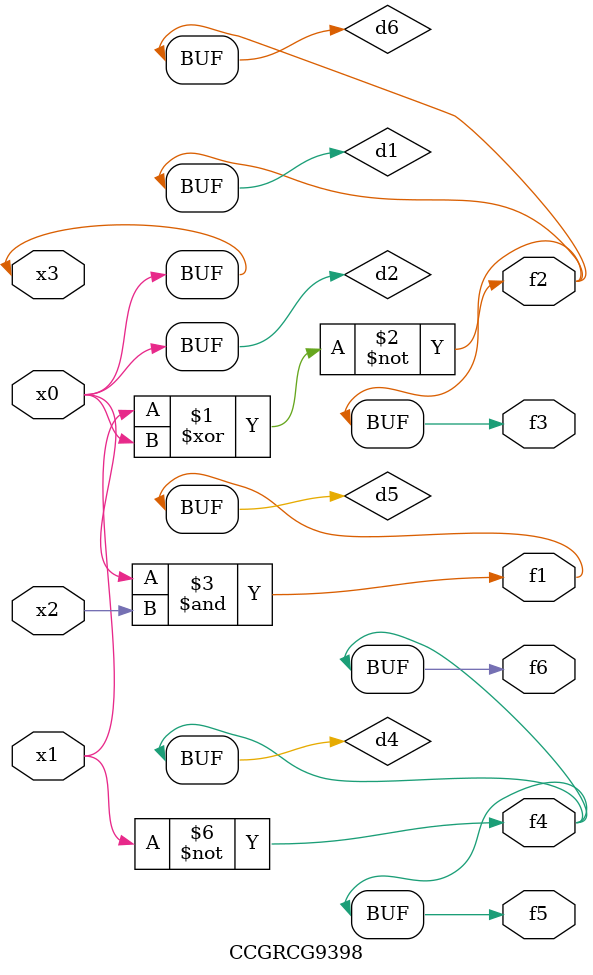
<source format=v>
module CCGRCG9398(
	input x0, x1, x2, x3,
	output f1, f2, f3, f4, f5, f6
);

	wire d1, d2, d3, d4, d5, d6;

	xnor (d1, x1, x3);
	buf (d2, x0, x3);
	nand (d3, x0, x2);
	not (d4, x1);
	nand (d5, d3);
	or (d6, d1);
	assign f1 = d5;
	assign f2 = d6;
	assign f3 = d6;
	assign f4 = d4;
	assign f5 = d4;
	assign f6 = d4;
endmodule

</source>
